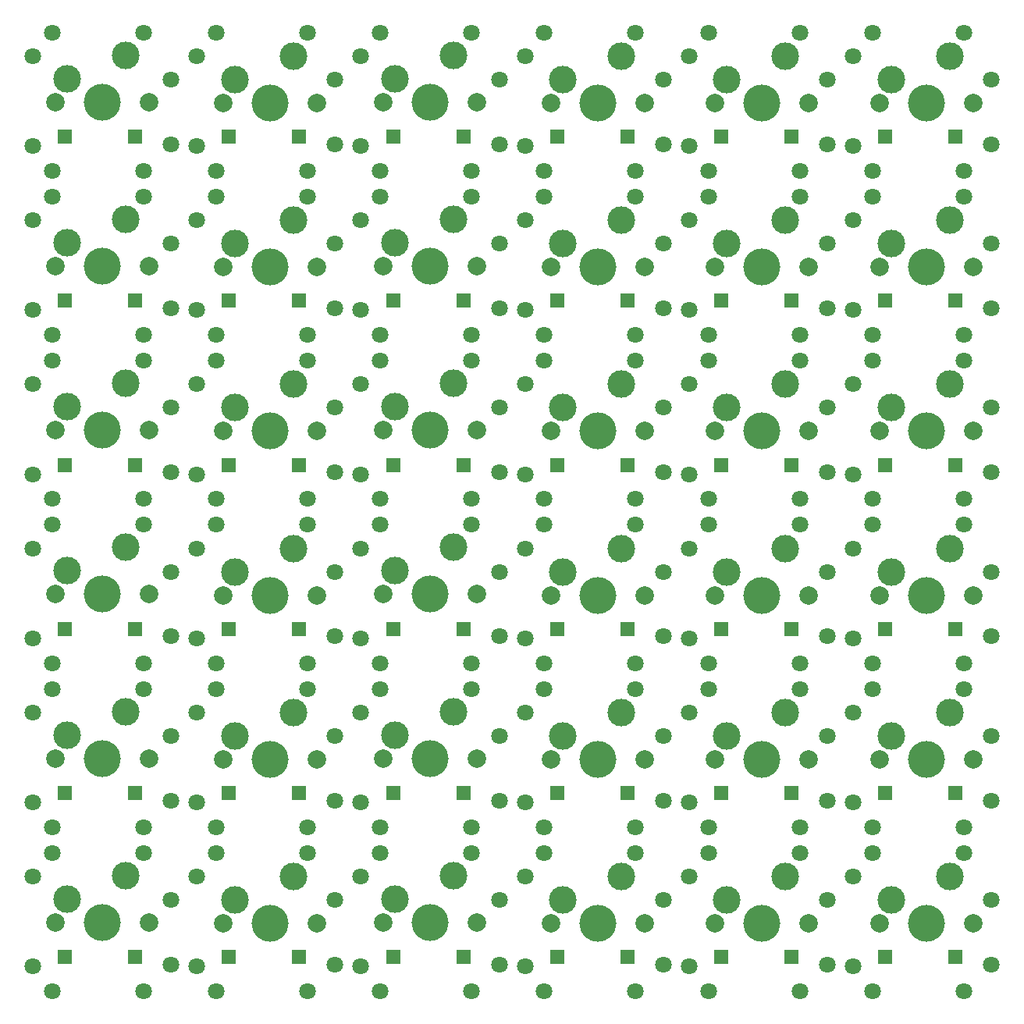
<source format=gts>
G04 #@! TF.GenerationSoftware,KiCad,Pcbnew,(5.1.4)-1*
G04 #@! TF.CreationDate,2020-01-11T16:44:35+01:00*
G04 #@! TF.ProjectId,plate,706c6174-652e-46b6-9963-61645f706362,1*
G04 #@! TF.SameCoordinates,Original*
G04 #@! TF.FileFunction,Soldermask,Top*
G04 #@! TF.FilePolarity,Negative*
%FSLAX46Y46*%
G04 Gerber Fmt 4.6, Leading zero omitted, Abs format (unit mm)*
G04 Created by KiCad (PCBNEW (5.1.4)-1) date 2020-01-11 16:44:35*
%MOMM*%
%LPD*%
G04 APERTURE LIST*
%ADD10C,1.800000*%
%ADD11R,1.600000X1.600000*%
%ADD12C,2.000000*%
%ADD13C,3.000000*%
%ADD14C,4.000000*%
G04 APERTURE END LIST*
D10*
X178090000Y-176030000D03*
D11*
X177210000Y-172330000D03*
X169590000Y-172330000D03*
D10*
X183895000Y-163575000D03*
X181090000Y-173130000D03*
D11*
X195010000Y-172330000D03*
X187390000Y-172330000D03*
D10*
X183890000Y-173330000D03*
X181090000Y-166115000D03*
D12*
X196895000Y-168655000D03*
D13*
X194355000Y-163575000D03*
D14*
X191815000Y-168655000D03*
D13*
X188005000Y-166115000D03*
D12*
X186735000Y-168655000D03*
D10*
X198890000Y-166115000D03*
X185990000Y-176030000D03*
X178090000Y-161030000D03*
X195890000Y-176030000D03*
X185990000Y-161030000D03*
X195890000Y-161030000D03*
X198890000Y-173130000D03*
X163290000Y-173130000D03*
X148290000Y-173330000D03*
X150390000Y-176030000D03*
X160290000Y-161030000D03*
X124690000Y-161030000D03*
X150390000Y-161030000D03*
X168190000Y-161030000D03*
X166095000Y-163575000D03*
D12*
X179095000Y-168655000D03*
D13*
X176555000Y-163575000D03*
D14*
X174015000Y-168655000D03*
D13*
X170205000Y-166115000D03*
D12*
X168935000Y-168655000D03*
D10*
X130495000Y-163575000D03*
X166090000Y-173330000D03*
X109890000Y-166115000D03*
X130490000Y-173330000D03*
D12*
X125695000Y-168655000D03*
D13*
X123155000Y-163575000D03*
D14*
X120615000Y-168655000D03*
D13*
X116805000Y-166115000D03*
D12*
X115535000Y-168655000D03*
D10*
X132590000Y-176030000D03*
X142490000Y-176030000D03*
X163290000Y-166115000D03*
X109890000Y-173130000D03*
X114790000Y-176030000D03*
X112695000Y-163575000D03*
D12*
X143095000Y-168555000D03*
D13*
X140555000Y-163475000D03*
D14*
X138015000Y-168555000D03*
D13*
X134205000Y-166015000D03*
D12*
X132935000Y-168555000D03*
D10*
X142490000Y-161030000D03*
X168190000Y-176030000D03*
D12*
X151135000Y-168655000D03*
D13*
X152405000Y-166115000D03*
D14*
X156215000Y-168655000D03*
D13*
X158755000Y-163575000D03*
D12*
X161295000Y-168655000D03*
D11*
X123810000Y-172330000D03*
X116190000Y-172330000D03*
D10*
X127690000Y-166115000D03*
X114790000Y-161030000D03*
X127690000Y-173130000D03*
X124690000Y-176030000D03*
D11*
X141610000Y-172330000D03*
X133990000Y-172330000D03*
D10*
X112690000Y-173330000D03*
X132590000Y-161030000D03*
D11*
X151790000Y-172330000D03*
X159410000Y-172330000D03*
D10*
X160290000Y-176030000D03*
D12*
X97335000Y-168555000D03*
D13*
X98605000Y-166015000D03*
D14*
X102415000Y-168555000D03*
D13*
X104955000Y-163475000D03*
D12*
X107495000Y-168555000D03*
D11*
X98390000Y-172330000D03*
X106010000Y-172330000D03*
D10*
X106890000Y-176030000D03*
X145490000Y-173130000D03*
X145490000Y-166115000D03*
X94895000Y-163575000D03*
X96990000Y-161030000D03*
X148295000Y-163575000D03*
X94890000Y-173330000D03*
X96990000Y-176030000D03*
X106890000Y-161030000D03*
X178090000Y-158230000D03*
D11*
X177210000Y-154530000D03*
X169590000Y-154530000D03*
D10*
X183895000Y-145775000D03*
X181090000Y-155330000D03*
D11*
X195010000Y-154530000D03*
X187390000Y-154530000D03*
D10*
X183890000Y-155530000D03*
X181090000Y-148315000D03*
D12*
X196895000Y-150855000D03*
D13*
X194355000Y-145775000D03*
D14*
X191815000Y-150855000D03*
D13*
X188005000Y-148315000D03*
D12*
X186735000Y-150855000D03*
D10*
X198890000Y-148315000D03*
X185990000Y-158230000D03*
X178090000Y-143230000D03*
X195890000Y-158230000D03*
X185990000Y-143230000D03*
X195890000Y-143230000D03*
X198890000Y-155330000D03*
X163290000Y-155330000D03*
X148290000Y-155530000D03*
X150390000Y-158230000D03*
X160290000Y-143230000D03*
X124690000Y-143230000D03*
X150390000Y-143230000D03*
X168190000Y-143230000D03*
X166095000Y-145775000D03*
D12*
X179095000Y-150855000D03*
D13*
X176555000Y-145775000D03*
D14*
X174015000Y-150855000D03*
D13*
X170205000Y-148315000D03*
D12*
X168935000Y-150855000D03*
D10*
X130495000Y-145775000D03*
X166090000Y-155530000D03*
X109890000Y-148315000D03*
X130490000Y-155530000D03*
D12*
X125695000Y-150855000D03*
D13*
X123155000Y-145775000D03*
D14*
X120615000Y-150855000D03*
D13*
X116805000Y-148315000D03*
D12*
X115535000Y-150855000D03*
D10*
X132590000Y-158230000D03*
X142490000Y-158230000D03*
X163290000Y-148315000D03*
X109890000Y-155330000D03*
X114790000Y-158230000D03*
X112695000Y-145775000D03*
D12*
X143095000Y-150755000D03*
D13*
X140555000Y-145675000D03*
D14*
X138015000Y-150755000D03*
D13*
X134205000Y-148215000D03*
D12*
X132935000Y-150755000D03*
D10*
X142490000Y-143230000D03*
X168190000Y-158230000D03*
D12*
X151135000Y-150855000D03*
D13*
X152405000Y-148315000D03*
D14*
X156215000Y-150855000D03*
D13*
X158755000Y-145775000D03*
D12*
X161295000Y-150855000D03*
D11*
X123810000Y-154530000D03*
X116190000Y-154530000D03*
D10*
X127690000Y-148315000D03*
X114790000Y-143230000D03*
X127690000Y-155330000D03*
X124690000Y-158230000D03*
D11*
X141610000Y-154530000D03*
X133990000Y-154530000D03*
D10*
X112690000Y-155530000D03*
X132590000Y-143230000D03*
D11*
X151790000Y-154530000D03*
X159410000Y-154530000D03*
D10*
X160290000Y-158230000D03*
D12*
X97335000Y-150755000D03*
D13*
X98605000Y-148215000D03*
D14*
X102415000Y-150755000D03*
D13*
X104955000Y-145675000D03*
D12*
X107495000Y-150755000D03*
D11*
X98390000Y-154530000D03*
X106010000Y-154530000D03*
D10*
X106890000Y-158230000D03*
X145490000Y-155330000D03*
X145490000Y-148315000D03*
X94895000Y-145775000D03*
X96990000Y-143230000D03*
X148295000Y-145775000D03*
X94890000Y-155530000D03*
X96990000Y-158230000D03*
X106890000Y-143230000D03*
X178090000Y-140430000D03*
D11*
X177210000Y-136730000D03*
X169590000Y-136730000D03*
D10*
X183895000Y-127975000D03*
X181090000Y-137530000D03*
D11*
X195010000Y-136730000D03*
X187390000Y-136730000D03*
D10*
X183890000Y-137730000D03*
X181090000Y-130515000D03*
D12*
X196895000Y-133055000D03*
D13*
X194355000Y-127975000D03*
D14*
X191815000Y-133055000D03*
D13*
X188005000Y-130515000D03*
D12*
X186735000Y-133055000D03*
D10*
X198890000Y-130515000D03*
X185990000Y-140430000D03*
X178090000Y-125430000D03*
X195890000Y-140430000D03*
X185990000Y-125430000D03*
X195890000Y-125430000D03*
X198890000Y-137530000D03*
X163290000Y-137530000D03*
X148290000Y-137730000D03*
X150390000Y-140430000D03*
X160290000Y-125430000D03*
X124690000Y-125430000D03*
X150390000Y-125430000D03*
X168190000Y-125430000D03*
X166095000Y-127975000D03*
D12*
X179095000Y-133055000D03*
D13*
X176555000Y-127975000D03*
D14*
X174015000Y-133055000D03*
D13*
X170205000Y-130515000D03*
D12*
X168935000Y-133055000D03*
D10*
X130495000Y-127975000D03*
X166090000Y-137730000D03*
X109890000Y-130515000D03*
X130490000Y-137730000D03*
D12*
X125695000Y-133055000D03*
D13*
X123155000Y-127975000D03*
D14*
X120615000Y-133055000D03*
D13*
X116805000Y-130515000D03*
D12*
X115535000Y-133055000D03*
D10*
X132590000Y-140430000D03*
X142490000Y-140430000D03*
X163290000Y-130515000D03*
X109890000Y-137530000D03*
X114790000Y-140430000D03*
X112695000Y-127975000D03*
D12*
X143095000Y-132955000D03*
D13*
X140555000Y-127875000D03*
D14*
X138015000Y-132955000D03*
D13*
X134205000Y-130415000D03*
D12*
X132935000Y-132955000D03*
D10*
X142490000Y-125430000D03*
X168190000Y-140430000D03*
D12*
X151135000Y-133055000D03*
D13*
X152405000Y-130515000D03*
D14*
X156215000Y-133055000D03*
D13*
X158755000Y-127975000D03*
D12*
X161295000Y-133055000D03*
D11*
X123810000Y-136730000D03*
X116190000Y-136730000D03*
D10*
X127690000Y-130515000D03*
X114790000Y-125430000D03*
X127690000Y-137530000D03*
X124690000Y-140430000D03*
D11*
X141610000Y-136730000D03*
X133990000Y-136730000D03*
D10*
X112690000Y-137730000D03*
X132590000Y-125430000D03*
D11*
X151790000Y-136730000D03*
X159410000Y-136730000D03*
D10*
X160290000Y-140430000D03*
D12*
X97335000Y-132955000D03*
D13*
X98605000Y-130415000D03*
D14*
X102415000Y-132955000D03*
D13*
X104955000Y-127875000D03*
D12*
X107495000Y-132955000D03*
D11*
X98390000Y-136730000D03*
X106010000Y-136730000D03*
D10*
X106890000Y-140430000D03*
X145490000Y-137530000D03*
X145490000Y-130515000D03*
X94895000Y-127975000D03*
X96990000Y-125430000D03*
X148295000Y-127975000D03*
X94890000Y-137730000D03*
X96990000Y-140430000D03*
X106890000Y-125430000D03*
X178090000Y-122630000D03*
D11*
X177210000Y-118930000D03*
X169590000Y-118930000D03*
D10*
X183895000Y-110175000D03*
X181090000Y-119730000D03*
D11*
X195010000Y-118930000D03*
X187390000Y-118930000D03*
D10*
X183890000Y-119930000D03*
X181090000Y-112715000D03*
D12*
X196895000Y-115255000D03*
D13*
X194355000Y-110175000D03*
D14*
X191815000Y-115255000D03*
D13*
X188005000Y-112715000D03*
D12*
X186735000Y-115255000D03*
D10*
X198890000Y-112715000D03*
X185990000Y-122630000D03*
X178090000Y-107630000D03*
X195890000Y-122630000D03*
X185990000Y-107630000D03*
X195890000Y-107630000D03*
X198890000Y-119730000D03*
X163290000Y-119730000D03*
X148290000Y-119930000D03*
X150390000Y-122630000D03*
X160290000Y-107630000D03*
X124690000Y-107630000D03*
X150390000Y-107630000D03*
X168190000Y-107630000D03*
X166095000Y-110175000D03*
D12*
X179095000Y-115255000D03*
D13*
X176555000Y-110175000D03*
D14*
X174015000Y-115255000D03*
D13*
X170205000Y-112715000D03*
D12*
X168935000Y-115255000D03*
D10*
X130495000Y-110175000D03*
X166090000Y-119930000D03*
X109890000Y-112715000D03*
X130490000Y-119930000D03*
D12*
X125695000Y-115255000D03*
D13*
X123155000Y-110175000D03*
D14*
X120615000Y-115255000D03*
D13*
X116805000Y-112715000D03*
D12*
X115535000Y-115255000D03*
D10*
X132590000Y-122630000D03*
X142490000Y-122630000D03*
X163290000Y-112715000D03*
X109890000Y-119730000D03*
X114790000Y-122630000D03*
X112695000Y-110175000D03*
D12*
X143095000Y-115155000D03*
D13*
X140555000Y-110075000D03*
D14*
X138015000Y-115155000D03*
D13*
X134205000Y-112615000D03*
D12*
X132935000Y-115155000D03*
D10*
X142490000Y-107630000D03*
X168190000Y-122630000D03*
D12*
X151135000Y-115255000D03*
D13*
X152405000Y-112715000D03*
D14*
X156215000Y-115255000D03*
D13*
X158755000Y-110175000D03*
D12*
X161295000Y-115255000D03*
D11*
X123810000Y-118930000D03*
X116190000Y-118930000D03*
D10*
X127690000Y-112715000D03*
X114790000Y-107630000D03*
X127690000Y-119730000D03*
X124690000Y-122630000D03*
D11*
X141610000Y-118930000D03*
X133990000Y-118930000D03*
D10*
X112690000Y-119930000D03*
X132590000Y-107630000D03*
D11*
X151790000Y-118930000D03*
X159410000Y-118930000D03*
D10*
X160290000Y-122630000D03*
D12*
X97335000Y-115155000D03*
D13*
X98605000Y-112615000D03*
D14*
X102415000Y-115155000D03*
D13*
X104955000Y-110075000D03*
D12*
X107495000Y-115155000D03*
D11*
X98390000Y-118930000D03*
X106010000Y-118930000D03*
D10*
X106890000Y-122630000D03*
X145490000Y-119730000D03*
X145490000Y-112715000D03*
X94895000Y-110175000D03*
X96990000Y-107630000D03*
X148295000Y-110175000D03*
X94890000Y-119930000D03*
X96990000Y-122630000D03*
X106890000Y-107630000D03*
X183895000Y-92375000D03*
X195890000Y-104830000D03*
X183890000Y-102130000D03*
X185990000Y-104830000D03*
X185990000Y-89830000D03*
X195890000Y-89830000D03*
D12*
X186735000Y-97455000D03*
D13*
X188005000Y-94915000D03*
D14*
X191815000Y-97455000D03*
D13*
X194355000Y-92375000D03*
D12*
X196895000Y-97455000D03*
D11*
X187390000Y-101130000D03*
X195010000Y-101130000D03*
D10*
X198890000Y-94915000D03*
X198890000Y-101930000D03*
D11*
X169590000Y-101130000D03*
X177210000Y-101130000D03*
D10*
X178090000Y-89830000D03*
X181090000Y-101930000D03*
X178090000Y-104830000D03*
X181090000Y-94915000D03*
X168190000Y-89830000D03*
X166095000Y-92375000D03*
D12*
X168935000Y-97455000D03*
D13*
X170205000Y-94915000D03*
D14*
X174015000Y-97455000D03*
D13*
X176555000Y-92375000D03*
D12*
X179095000Y-97455000D03*
D10*
X166090000Y-102130000D03*
X168190000Y-104830000D03*
D11*
X116190000Y-101130000D03*
X123810000Y-101130000D03*
D10*
X109890000Y-94915000D03*
X114790000Y-89830000D03*
X124690000Y-104830000D03*
X112695000Y-92375000D03*
X109890000Y-101930000D03*
X127690000Y-101930000D03*
X112690000Y-102130000D03*
X114790000Y-104830000D03*
D12*
X115535000Y-97455000D03*
D13*
X116805000Y-94915000D03*
D14*
X120615000Y-97455000D03*
D13*
X123155000Y-92375000D03*
D12*
X125695000Y-97455000D03*
D10*
X124690000Y-89830000D03*
X127690000Y-94915000D03*
X160290000Y-89830000D03*
X130495000Y-92375000D03*
D12*
X161295000Y-97455000D03*
D13*
X158755000Y-92375000D03*
D14*
X156215000Y-97455000D03*
D13*
X152405000Y-94915000D03*
D12*
X151135000Y-97455000D03*
D10*
X163290000Y-94915000D03*
D12*
X132935000Y-97355000D03*
D13*
X134205000Y-94815000D03*
D14*
X138015000Y-97355000D03*
D13*
X140555000Y-92275000D03*
D12*
X143095000Y-97355000D03*
D10*
X142490000Y-104830000D03*
X132590000Y-104830000D03*
X163290000Y-101930000D03*
X148290000Y-102130000D03*
X150390000Y-104830000D03*
X132590000Y-89830000D03*
X130490000Y-102130000D03*
D11*
X133990000Y-101130000D03*
X141610000Y-101130000D03*
D10*
X142490000Y-89830000D03*
X150390000Y-89830000D03*
X160290000Y-104830000D03*
X145490000Y-101930000D03*
X145490000Y-94915000D03*
D11*
X159410000Y-101130000D03*
X151790000Y-101130000D03*
D10*
X148295000Y-92375000D03*
D12*
X107495000Y-97355000D03*
D13*
X104955000Y-92275000D03*
D14*
X102415000Y-97355000D03*
D13*
X98605000Y-94815000D03*
D12*
X97335000Y-97355000D03*
D10*
X96990000Y-89830000D03*
D11*
X106010000Y-101130000D03*
X98390000Y-101130000D03*
D10*
X94890000Y-102130000D03*
X94895000Y-92375000D03*
X106890000Y-104830000D03*
X96990000Y-104830000D03*
X106890000Y-89830000D03*
X195890000Y-72030000D03*
D12*
X196895000Y-79655000D03*
D13*
X194355000Y-74575000D03*
D14*
X191815000Y-79655000D03*
D13*
X188005000Y-77115000D03*
D12*
X186735000Y-79655000D03*
D10*
X198890000Y-77115000D03*
X198890000Y-84130000D03*
X183890000Y-84330000D03*
X185990000Y-87030000D03*
X185990000Y-72030000D03*
X195890000Y-87030000D03*
D11*
X195010000Y-83330000D03*
X187390000Y-83330000D03*
D10*
X183895000Y-74575000D03*
X178090000Y-72030000D03*
D12*
X179095000Y-79655000D03*
D13*
X176555000Y-74575000D03*
D14*
X174015000Y-79655000D03*
D13*
X170205000Y-77115000D03*
D12*
X168935000Y-79655000D03*
D10*
X181090000Y-77115000D03*
X181090000Y-84130000D03*
X166090000Y-84330000D03*
X168190000Y-87030000D03*
X168190000Y-72030000D03*
X178090000Y-87030000D03*
D11*
X177210000Y-83330000D03*
X169590000Y-83330000D03*
D10*
X166095000Y-74575000D03*
D11*
X151790000Y-83330000D03*
X159410000Y-83330000D03*
D10*
X145490000Y-77115000D03*
X150390000Y-72030000D03*
X160290000Y-87030000D03*
X148295000Y-74575000D03*
X145490000Y-84130000D03*
X163290000Y-84130000D03*
X148290000Y-84330000D03*
X150390000Y-87030000D03*
D12*
X151135000Y-79655000D03*
D13*
X152405000Y-77115000D03*
D14*
X156215000Y-79655000D03*
D13*
X158755000Y-74575000D03*
D12*
X161295000Y-79655000D03*
D10*
X160290000Y-72030000D03*
X163290000Y-77115000D03*
D12*
X143095000Y-79555000D03*
D13*
X140555000Y-74475000D03*
D14*
X138015000Y-79555000D03*
D13*
X134205000Y-77015000D03*
D12*
X132935000Y-79555000D03*
D10*
X132590000Y-72030000D03*
D11*
X141610000Y-83330000D03*
X133990000Y-83330000D03*
D10*
X130490000Y-84330000D03*
X130495000Y-74575000D03*
X142490000Y-87030000D03*
X132590000Y-87030000D03*
X142490000Y-72030000D03*
X127690000Y-77115000D03*
X127690000Y-84130000D03*
D12*
X125695000Y-79655000D03*
D13*
X123155000Y-74575000D03*
D14*
X120615000Y-79655000D03*
D13*
X116805000Y-77115000D03*
D12*
X115535000Y-79655000D03*
D10*
X114790000Y-72030000D03*
D11*
X123810000Y-83330000D03*
X116190000Y-83330000D03*
D10*
X112690000Y-84330000D03*
X112695000Y-74575000D03*
X124690000Y-87030000D03*
X114790000Y-87030000D03*
X124690000Y-72030000D03*
D11*
X98390000Y-83330000D03*
X106010000Y-83330000D03*
D12*
X97335000Y-79555000D03*
D13*
X98605000Y-77015000D03*
D14*
X102415000Y-79555000D03*
D13*
X104955000Y-74475000D03*
D12*
X107495000Y-79555000D03*
D10*
X96990000Y-72030000D03*
X106890000Y-72030000D03*
X96990000Y-87030000D03*
X106890000Y-87030000D03*
X94895000Y-74575000D03*
X94890000Y-84330000D03*
X109890000Y-77115000D03*
X109890000Y-84130000D03*
M02*

</source>
